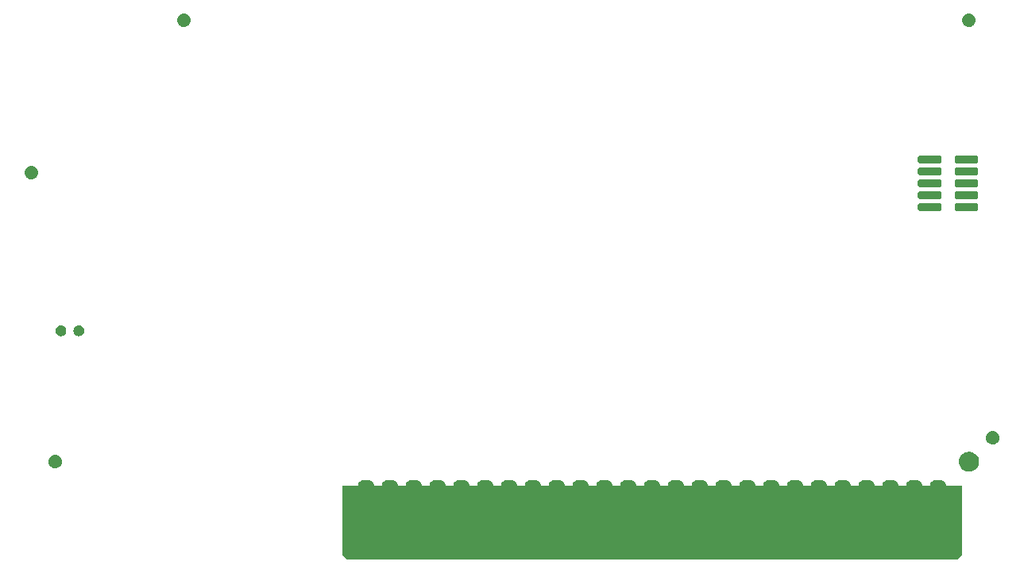
<source format=gbs>
G04 #@! TF.GenerationSoftware,KiCad,Pcbnew,7.0.10*
G04 #@! TF.CreationDate,2024-02-16T16:10:32-05:00*
G04 #@! TF.ProjectId,TimeDisk,54696d65-4469-4736-9b2e-6b696361645f,rev?*
G04 #@! TF.SameCoordinates,Original*
G04 #@! TF.FileFunction,Soldermask,Bot*
G04 #@! TF.FilePolarity,Negative*
%FSLAX46Y46*%
G04 Gerber Fmt 4.6, Leading zero omitted, Abs format (unit mm)*
G04 Created by KiCad (PCBNEW 7.0.10) date 2024-02-16 16:10:32*
%MOMM*%
%LPD*%
G01*
G04 APERTURE LIST*
G04 APERTURE END LIST*
G36*
X178265999Y-131543771D02*
G01*
X178277712Y-131547869D01*
X178288592Y-131549176D01*
X178344857Y-131571364D01*
X178394635Y-131588782D01*
X178401071Y-131593532D01*
X178404788Y-131594998D01*
X178467758Y-131642749D01*
X178504289Y-131669711D01*
X178531259Y-131706253D01*
X178579001Y-131769211D01*
X178580466Y-131772926D01*
X178585218Y-131779365D01*
X178602642Y-131829162D01*
X178624822Y-131885406D01*
X178626127Y-131896280D01*
X178630229Y-131908001D01*
X178638200Y-131993000D01*
X178638200Y-132042804D01*
X178675396Y-132080000D01*
X179464603Y-132080000D01*
X179501800Y-132042803D01*
X179501800Y-131996798D01*
X179501800Y-131993000D01*
X179509771Y-131908001D01*
X179513869Y-131896288D01*
X179515176Y-131885407D01*
X179537367Y-131829133D01*
X179554782Y-131779365D01*
X179559531Y-131772929D01*
X179560998Y-131769211D01*
X179608777Y-131706204D01*
X179635711Y-131669711D01*
X179672204Y-131642777D01*
X179735211Y-131594998D01*
X179738929Y-131593531D01*
X179745365Y-131588782D01*
X179795140Y-131571365D01*
X179851406Y-131549177D01*
X179862284Y-131547870D01*
X179874001Y-131543771D01*
X179959000Y-131535800D01*
X180721000Y-131535800D01*
X180805999Y-131543771D01*
X180817712Y-131547869D01*
X180828592Y-131549176D01*
X180884857Y-131571364D01*
X180934635Y-131588782D01*
X180941071Y-131593532D01*
X180944788Y-131594998D01*
X181007758Y-131642749D01*
X181044289Y-131669711D01*
X181071259Y-131706253D01*
X181119001Y-131769211D01*
X181120466Y-131772926D01*
X181125218Y-131779365D01*
X181142642Y-131829162D01*
X181164822Y-131885406D01*
X181166127Y-131896280D01*
X181170229Y-131908001D01*
X181178200Y-131993000D01*
X181178200Y-132042804D01*
X181215396Y-132080000D01*
X182004603Y-132080000D01*
X182041800Y-132042803D01*
X182041800Y-131996798D01*
X182041800Y-131993000D01*
X182049771Y-131908001D01*
X182053869Y-131896288D01*
X182055176Y-131885407D01*
X182077367Y-131829133D01*
X182094782Y-131779365D01*
X182099531Y-131772929D01*
X182100998Y-131769211D01*
X182148777Y-131706204D01*
X182175711Y-131669711D01*
X182212204Y-131642777D01*
X182275211Y-131594998D01*
X182278929Y-131593531D01*
X182285365Y-131588782D01*
X182335140Y-131571365D01*
X182391406Y-131549177D01*
X182402284Y-131547870D01*
X182414001Y-131543771D01*
X182499000Y-131535800D01*
X183261000Y-131535800D01*
X183345999Y-131543771D01*
X183357712Y-131547869D01*
X183368592Y-131549176D01*
X183424857Y-131571364D01*
X183474635Y-131588782D01*
X183481071Y-131593532D01*
X183484788Y-131594998D01*
X183547758Y-131642749D01*
X183584289Y-131669711D01*
X183611259Y-131706253D01*
X183659001Y-131769211D01*
X183660466Y-131772926D01*
X183665218Y-131779365D01*
X183682642Y-131829162D01*
X183704822Y-131885406D01*
X183706127Y-131896280D01*
X183710229Y-131908001D01*
X183718200Y-131993000D01*
X183718200Y-132042804D01*
X183755396Y-132080000D01*
X184544603Y-132080000D01*
X184581800Y-132042803D01*
X184581800Y-131996798D01*
X184581800Y-131993000D01*
X184589771Y-131908001D01*
X184593869Y-131896288D01*
X184595176Y-131885407D01*
X184617367Y-131829133D01*
X184634782Y-131779365D01*
X184639531Y-131772929D01*
X184640998Y-131769211D01*
X184688777Y-131706204D01*
X184715711Y-131669711D01*
X184752204Y-131642777D01*
X184815211Y-131594998D01*
X184818929Y-131593531D01*
X184825365Y-131588782D01*
X184875140Y-131571365D01*
X184931406Y-131549177D01*
X184942284Y-131547870D01*
X184954001Y-131543771D01*
X185039000Y-131535800D01*
X185801000Y-131535800D01*
X185885999Y-131543771D01*
X185897712Y-131547869D01*
X185908592Y-131549176D01*
X185964857Y-131571364D01*
X186014635Y-131588782D01*
X186021071Y-131593532D01*
X186024788Y-131594998D01*
X186087758Y-131642749D01*
X186124289Y-131669711D01*
X186151259Y-131706253D01*
X186199001Y-131769211D01*
X186200466Y-131772926D01*
X186205218Y-131779365D01*
X186222642Y-131829162D01*
X186244822Y-131885406D01*
X186246127Y-131896280D01*
X186250229Y-131908001D01*
X186258200Y-131993000D01*
X186258200Y-132042804D01*
X186295396Y-132080000D01*
X187084603Y-132080000D01*
X187121800Y-132042803D01*
X187121800Y-131996798D01*
X187121800Y-131993000D01*
X187129771Y-131908001D01*
X187133869Y-131896288D01*
X187135176Y-131885407D01*
X187157367Y-131829133D01*
X187174782Y-131779365D01*
X187179531Y-131772929D01*
X187180998Y-131769211D01*
X187228777Y-131706204D01*
X187255711Y-131669711D01*
X187292204Y-131642777D01*
X187355211Y-131594998D01*
X187358929Y-131593531D01*
X187365365Y-131588782D01*
X187415140Y-131571365D01*
X187471406Y-131549177D01*
X187482284Y-131547870D01*
X187494001Y-131543771D01*
X187579000Y-131535800D01*
X188341000Y-131535800D01*
X188425999Y-131543771D01*
X188437712Y-131547869D01*
X188448592Y-131549176D01*
X188504857Y-131571364D01*
X188554635Y-131588782D01*
X188561071Y-131593532D01*
X188564788Y-131594998D01*
X188627758Y-131642749D01*
X188664289Y-131669711D01*
X188691259Y-131706253D01*
X188739001Y-131769211D01*
X188740466Y-131772926D01*
X188745218Y-131779365D01*
X188762642Y-131829162D01*
X188784822Y-131885406D01*
X188786127Y-131896280D01*
X188790229Y-131908001D01*
X188798200Y-131993000D01*
X188798200Y-132042804D01*
X188835396Y-132080000D01*
X189624603Y-132080000D01*
X189661800Y-132042803D01*
X189661800Y-131996798D01*
X189661800Y-131993000D01*
X189669771Y-131908001D01*
X189673869Y-131896288D01*
X189675176Y-131885407D01*
X189697367Y-131829133D01*
X189714782Y-131779365D01*
X189719531Y-131772929D01*
X189720998Y-131769211D01*
X189768777Y-131706204D01*
X189795711Y-131669711D01*
X189832204Y-131642777D01*
X189895211Y-131594998D01*
X189898929Y-131593531D01*
X189905365Y-131588782D01*
X189955140Y-131571365D01*
X190011406Y-131549177D01*
X190022284Y-131547870D01*
X190034001Y-131543771D01*
X190119000Y-131535800D01*
X190881000Y-131535800D01*
X190965999Y-131543771D01*
X190977712Y-131547869D01*
X190988592Y-131549176D01*
X191044857Y-131571364D01*
X191094635Y-131588782D01*
X191101071Y-131593532D01*
X191104788Y-131594998D01*
X191167758Y-131642749D01*
X191204289Y-131669711D01*
X191231259Y-131706253D01*
X191279001Y-131769211D01*
X191280466Y-131772926D01*
X191285218Y-131779365D01*
X191302642Y-131829162D01*
X191324822Y-131885406D01*
X191326127Y-131896280D01*
X191330229Y-131908001D01*
X191338200Y-131993000D01*
X191338200Y-132042804D01*
X191375396Y-132080000D01*
X192164603Y-132080000D01*
X192201800Y-132042803D01*
X192201800Y-131996798D01*
X192201800Y-131993000D01*
X192209771Y-131908001D01*
X192213869Y-131896288D01*
X192215176Y-131885407D01*
X192237367Y-131829133D01*
X192254782Y-131779365D01*
X192259531Y-131772929D01*
X192260998Y-131769211D01*
X192308777Y-131706204D01*
X192335711Y-131669711D01*
X192372204Y-131642777D01*
X192435211Y-131594998D01*
X192438929Y-131593531D01*
X192445365Y-131588782D01*
X192495140Y-131571365D01*
X192551406Y-131549177D01*
X192562284Y-131547870D01*
X192574001Y-131543771D01*
X192659000Y-131535800D01*
X193421000Y-131535800D01*
X193505999Y-131543771D01*
X193517712Y-131547869D01*
X193528592Y-131549176D01*
X193584857Y-131571364D01*
X193634635Y-131588782D01*
X193641071Y-131593532D01*
X193644788Y-131594998D01*
X193707758Y-131642749D01*
X193744289Y-131669711D01*
X193771259Y-131706253D01*
X193819001Y-131769211D01*
X193820466Y-131772926D01*
X193825218Y-131779365D01*
X193842642Y-131829162D01*
X193864822Y-131885406D01*
X193866127Y-131896280D01*
X193870229Y-131908001D01*
X193878200Y-131993000D01*
X193878200Y-132042804D01*
X193915396Y-132080000D01*
X194704603Y-132080000D01*
X194741800Y-132042803D01*
X194741800Y-131996798D01*
X194741800Y-131993000D01*
X194749771Y-131908001D01*
X194753869Y-131896288D01*
X194755176Y-131885407D01*
X194777367Y-131829133D01*
X194794782Y-131779365D01*
X194799531Y-131772929D01*
X194800998Y-131769211D01*
X194848777Y-131706204D01*
X194875711Y-131669711D01*
X194912204Y-131642777D01*
X194975211Y-131594998D01*
X194978929Y-131593531D01*
X194985365Y-131588782D01*
X195035140Y-131571365D01*
X195091406Y-131549177D01*
X195102284Y-131547870D01*
X195114001Y-131543771D01*
X195199000Y-131535800D01*
X195961000Y-131535800D01*
X196045999Y-131543771D01*
X196057712Y-131547869D01*
X196068592Y-131549176D01*
X196124857Y-131571364D01*
X196174635Y-131588782D01*
X196181071Y-131593532D01*
X196184788Y-131594998D01*
X196247758Y-131642749D01*
X196284289Y-131669711D01*
X196311259Y-131706253D01*
X196359001Y-131769211D01*
X196360466Y-131772926D01*
X196365218Y-131779365D01*
X196382642Y-131829162D01*
X196404822Y-131885406D01*
X196406127Y-131896280D01*
X196410229Y-131908001D01*
X196418200Y-131993000D01*
X196418200Y-132042804D01*
X196455396Y-132080000D01*
X197244603Y-132080000D01*
X197281800Y-132042803D01*
X197281800Y-131996798D01*
X197281800Y-131993000D01*
X197289771Y-131908001D01*
X197293869Y-131896288D01*
X197295176Y-131885407D01*
X197317367Y-131829133D01*
X197334782Y-131779365D01*
X197339531Y-131772929D01*
X197340998Y-131769211D01*
X197388777Y-131706204D01*
X197415711Y-131669711D01*
X197452204Y-131642777D01*
X197515211Y-131594998D01*
X197518929Y-131593531D01*
X197525365Y-131588782D01*
X197575140Y-131571365D01*
X197631406Y-131549177D01*
X197642284Y-131547870D01*
X197654001Y-131543771D01*
X197739000Y-131535800D01*
X198501000Y-131535800D01*
X198585999Y-131543771D01*
X198597712Y-131547869D01*
X198608592Y-131549176D01*
X198664857Y-131571364D01*
X198714635Y-131588782D01*
X198721071Y-131593532D01*
X198724788Y-131594998D01*
X198787758Y-131642749D01*
X198824289Y-131669711D01*
X198851259Y-131706253D01*
X198899001Y-131769211D01*
X198900466Y-131772926D01*
X198905218Y-131779365D01*
X198922642Y-131829162D01*
X198944822Y-131885406D01*
X198946127Y-131896280D01*
X198950229Y-131908001D01*
X198958200Y-131993000D01*
X198958200Y-132042804D01*
X198995396Y-132080000D01*
X199784603Y-132080000D01*
X199821800Y-132042803D01*
X199821800Y-131996798D01*
X199821800Y-131993000D01*
X199829771Y-131908001D01*
X199833869Y-131896288D01*
X199835176Y-131885407D01*
X199857367Y-131829133D01*
X199874782Y-131779365D01*
X199879531Y-131772929D01*
X199880998Y-131769211D01*
X199928777Y-131706204D01*
X199955711Y-131669711D01*
X199992204Y-131642777D01*
X200055211Y-131594998D01*
X200058929Y-131593531D01*
X200065365Y-131588782D01*
X200115140Y-131571365D01*
X200171406Y-131549177D01*
X200182284Y-131547870D01*
X200194001Y-131543771D01*
X200279000Y-131535800D01*
X201041000Y-131535800D01*
X201125999Y-131543771D01*
X201137712Y-131547869D01*
X201148592Y-131549176D01*
X201204857Y-131571364D01*
X201254635Y-131588782D01*
X201261071Y-131593532D01*
X201264788Y-131594998D01*
X201327758Y-131642749D01*
X201364289Y-131669711D01*
X201391259Y-131706253D01*
X201439001Y-131769211D01*
X201440466Y-131772926D01*
X201445218Y-131779365D01*
X201462642Y-131829162D01*
X201484822Y-131885406D01*
X201486127Y-131896280D01*
X201490229Y-131908001D01*
X201498200Y-131993000D01*
X201498200Y-132042804D01*
X201535396Y-132080000D01*
X202324603Y-132080000D01*
X202361800Y-132042803D01*
X202361800Y-131996798D01*
X202361800Y-131993000D01*
X202369771Y-131908001D01*
X202373869Y-131896288D01*
X202375176Y-131885407D01*
X202397367Y-131829133D01*
X202414782Y-131779365D01*
X202419531Y-131772929D01*
X202420998Y-131769211D01*
X202468777Y-131706204D01*
X202495711Y-131669711D01*
X202532204Y-131642777D01*
X202595211Y-131594998D01*
X202598929Y-131593531D01*
X202605365Y-131588782D01*
X202655140Y-131571365D01*
X202711406Y-131549177D01*
X202722284Y-131547870D01*
X202734001Y-131543771D01*
X202819000Y-131535800D01*
X203581000Y-131535800D01*
X203665999Y-131543771D01*
X203677712Y-131547869D01*
X203688592Y-131549176D01*
X203744857Y-131571364D01*
X203794635Y-131588782D01*
X203801071Y-131593532D01*
X203804788Y-131594998D01*
X203867758Y-131642749D01*
X203904289Y-131669711D01*
X203931259Y-131706253D01*
X203979001Y-131769211D01*
X203980466Y-131772926D01*
X203985218Y-131779365D01*
X204002642Y-131829162D01*
X204024822Y-131885406D01*
X204026127Y-131896280D01*
X204030229Y-131908001D01*
X204038200Y-131993000D01*
X204038200Y-132042804D01*
X204075396Y-132080000D01*
X204864603Y-132080000D01*
X204901800Y-132042803D01*
X204901800Y-131996798D01*
X204901800Y-131993000D01*
X204909771Y-131908001D01*
X204913869Y-131896288D01*
X204915176Y-131885407D01*
X204937367Y-131829133D01*
X204954782Y-131779365D01*
X204959531Y-131772929D01*
X204960998Y-131769211D01*
X205008777Y-131706204D01*
X205035711Y-131669711D01*
X205072204Y-131642777D01*
X205135211Y-131594998D01*
X205138929Y-131593531D01*
X205145365Y-131588782D01*
X205195140Y-131571365D01*
X205251406Y-131549177D01*
X205262284Y-131547870D01*
X205274001Y-131543771D01*
X205359000Y-131535800D01*
X206121000Y-131535800D01*
X206205999Y-131543771D01*
X206217712Y-131547869D01*
X206228592Y-131549176D01*
X206284857Y-131571364D01*
X206334635Y-131588782D01*
X206341071Y-131593532D01*
X206344788Y-131594998D01*
X206407758Y-131642749D01*
X206444289Y-131669711D01*
X206471259Y-131706253D01*
X206519001Y-131769211D01*
X206520466Y-131772926D01*
X206525218Y-131779365D01*
X206542642Y-131829162D01*
X206564822Y-131885406D01*
X206566127Y-131896280D01*
X206570229Y-131908001D01*
X206578200Y-131993000D01*
X206578200Y-132042804D01*
X206615396Y-132080000D01*
X207404603Y-132080000D01*
X207441800Y-132042803D01*
X207441800Y-131996798D01*
X207441800Y-131993000D01*
X207449771Y-131908001D01*
X207453869Y-131896288D01*
X207455176Y-131885407D01*
X207477367Y-131829133D01*
X207494782Y-131779365D01*
X207499531Y-131772929D01*
X207500998Y-131769211D01*
X207548777Y-131706204D01*
X207575711Y-131669711D01*
X207612204Y-131642777D01*
X207675211Y-131594998D01*
X207678929Y-131593531D01*
X207685365Y-131588782D01*
X207735140Y-131571365D01*
X207791406Y-131549177D01*
X207802284Y-131547870D01*
X207814001Y-131543771D01*
X207899000Y-131535800D01*
X208661000Y-131535800D01*
X208745999Y-131543771D01*
X208757712Y-131547869D01*
X208768592Y-131549176D01*
X208824857Y-131571364D01*
X208874635Y-131588782D01*
X208881071Y-131593532D01*
X208884788Y-131594998D01*
X208947758Y-131642749D01*
X208984289Y-131669711D01*
X209011259Y-131706253D01*
X209059001Y-131769211D01*
X209060466Y-131772926D01*
X209065218Y-131779365D01*
X209082642Y-131829162D01*
X209104822Y-131885406D01*
X209106127Y-131896280D01*
X209110229Y-131908001D01*
X209118200Y-131993000D01*
X209118200Y-132042804D01*
X209155396Y-132080000D01*
X209944603Y-132080000D01*
X209981800Y-132042803D01*
X209981800Y-131996798D01*
X209981800Y-131993000D01*
X209989771Y-131908001D01*
X209993869Y-131896288D01*
X209995176Y-131885407D01*
X210017367Y-131829133D01*
X210034782Y-131779365D01*
X210039531Y-131772929D01*
X210040998Y-131769211D01*
X210088777Y-131706204D01*
X210115711Y-131669711D01*
X210152204Y-131642777D01*
X210215211Y-131594998D01*
X210218929Y-131593531D01*
X210225365Y-131588782D01*
X210275140Y-131571365D01*
X210331406Y-131549177D01*
X210342284Y-131547870D01*
X210354001Y-131543771D01*
X210439000Y-131535800D01*
X211201000Y-131535800D01*
X211285999Y-131543771D01*
X211297712Y-131547869D01*
X211308592Y-131549176D01*
X211364857Y-131571364D01*
X211414635Y-131588782D01*
X211421071Y-131593532D01*
X211424788Y-131594998D01*
X211487758Y-131642749D01*
X211524289Y-131669711D01*
X211551259Y-131706253D01*
X211599001Y-131769211D01*
X211600466Y-131772926D01*
X211605218Y-131779365D01*
X211622642Y-131829162D01*
X211644822Y-131885406D01*
X211646127Y-131896280D01*
X211650229Y-131908001D01*
X211658200Y-131993000D01*
X211658200Y-132042804D01*
X211695396Y-132080000D01*
X212484603Y-132080000D01*
X212521800Y-132042803D01*
X212521800Y-131996798D01*
X212521800Y-131993000D01*
X212529771Y-131908001D01*
X212533869Y-131896288D01*
X212535176Y-131885407D01*
X212557367Y-131829133D01*
X212574782Y-131779365D01*
X212579531Y-131772929D01*
X212580998Y-131769211D01*
X212628777Y-131706204D01*
X212655711Y-131669711D01*
X212692204Y-131642777D01*
X212755211Y-131594998D01*
X212758929Y-131593531D01*
X212765365Y-131588782D01*
X212815140Y-131571365D01*
X212871406Y-131549177D01*
X212882284Y-131547870D01*
X212894001Y-131543771D01*
X212979000Y-131535800D01*
X213741000Y-131535800D01*
X213825999Y-131543771D01*
X213837712Y-131547869D01*
X213848592Y-131549176D01*
X213904857Y-131571364D01*
X213954635Y-131588782D01*
X213961071Y-131593532D01*
X213964788Y-131594998D01*
X214027758Y-131642749D01*
X214064289Y-131669711D01*
X214091259Y-131706253D01*
X214139001Y-131769211D01*
X214140466Y-131772926D01*
X214145218Y-131779365D01*
X214162642Y-131829162D01*
X214184822Y-131885406D01*
X214186127Y-131896280D01*
X214190229Y-131908001D01*
X214198200Y-131993000D01*
X214198200Y-132042804D01*
X214235396Y-132080000D01*
X215024603Y-132080000D01*
X215061800Y-132042803D01*
X215061800Y-131996798D01*
X215061800Y-131993000D01*
X215069771Y-131908001D01*
X215073869Y-131896288D01*
X215075176Y-131885407D01*
X215097367Y-131829133D01*
X215114782Y-131779365D01*
X215119531Y-131772929D01*
X215120998Y-131769211D01*
X215168777Y-131706204D01*
X215195711Y-131669711D01*
X215232204Y-131642777D01*
X215295211Y-131594998D01*
X215298929Y-131593531D01*
X215305365Y-131588782D01*
X215355140Y-131571365D01*
X215411406Y-131549177D01*
X215422284Y-131547870D01*
X215434001Y-131543771D01*
X215519000Y-131535800D01*
X216281000Y-131535800D01*
X216365999Y-131543771D01*
X216377712Y-131547869D01*
X216388592Y-131549176D01*
X216444857Y-131571364D01*
X216494635Y-131588782D01*
X216501071Y-131593532D01*
X216504788Y-131594998D01*
X216567758Y-131642749D01*
X216604289Y-131669711D01*
X216631259Y-131706253D01*
X216679001Y-131769211D01*
X216680466Y-131772926D01*
X216685218Y-131779365D01*
X216702642Y-131829162D01*
X216724822Y-131885406D01*
X216726127Y-131896280D01*
X216730229Y-131908001D01*
X216738200Y-131993000D01*
X216738200Y-132042804D01*
X216775396Y-132080000D01*
X217564603Y-132080000D01*
X217601800Y-132042803D01*
X217601800Y-131996798D01*
X217601800Y-131993000D01*
X217609771Y-131908001D01*
X217613869Y-131896288D01*
X217615176Y-131885407D01*
X217637367Y-131829133D01*
X217654782Y-131779365D01*
X217659531Y-131772929D01*
X217660998Y-131769211D01*
X217708777Y-131706204D01*
X217735711Y-131669711D01*
X217772204Y-131642777D01*
X217835211Y-131594998D01*
X217838929Y-131593531D01*
X217845365Y-131588782D01*
X217895140Y-131571365D01*
X217951406Y-131549177D01*
X217962284Y-131547870D01*
X217974001Y-131543771D01*
X218059000Y-131535800D01*
X218821000Y-131535800D01*
X218905999Y-131543771D01*
X218917712Y-131547869D01*
X218928592Y-131549176D01*
X218984857Y-131571364D01*
X219034635Y-131588782D01*
X219041071Y-131593532D01*
X219044788Y-131594998D01*
X219107758Y-131642749D01*
X219144289Y-131669711D01*
X219171259Y-131706253D01*
X219219001Y-131769211D01*
X219220466Y-131772926D01*
X219225218Y-131779365D01*
X219242642Y-131829162D01*
X219264822Y-131885406D01*
X219266127Y-131896280D01*
X219270229Y-131908001D01*
X219278200Y-131993000D01*
X219278200Y-132042804D01*
X219315396Y-132080000D01*
X220104603Y-132080000D01*
X220141800Y-132042803D01*
X220141800Y-131996798D01*
X220141800Y-131993000D01*
X220149771Y-131908001D01*
X220153869Y-131896288D01*
X220155176Y-131885407D01*
X220177367Y-131829133D01*
X220194782Y-131779365D01*
X220199531Y-131772929D01*
X220200998Y-131769211D01*
X220248777Y-131706204D01*
X220275711Y-131669711D01*
X220312204Y-131642777D01*
X220375211Y-131594998D01*
X220378929Y-131593531D01*
X220385365Y-131588782D01*
X220435140Y-131571365D01*
X220491406Y-131549177D01*
X220502284Y-131547870D01*
X220514001Y-131543771D01*
X220599000Y-131535800D01*
X221361000Y-131535800D01*
X221445999Y-131543771D01*
X221457712Y-131547869D01*
X221468592Y-131549176D01*
X221524857Y-131571364D01*
X221574635Y-131588782D01*
X221581071Y-131593532D01*
X221584788Y-131594998D01*
X221647758Y-131642749D01*
X221684289Y-131669711D01*
X221711259Y-131706253D01*
X221759001Y-131769211D01*
X221760466Y-131772926D01*
X221765218Y-131779365D01*
X221782642Y-131829162D01*
X221804822Y-131885406D01*
X221806127Y-131896280D01*
X221810229Y-131908001D01*
X221818200Y-131993000D01*
X221818200Y-132042804D01*
X221855396Y-132080000D01*
X222644603Y-132080000D01*
X222681800Y-132042803D01*
X222681800Y-131996798D01*
X222681800Y-131993000D01*
X222689771Y-131908001D01*
X222693869Y-131896288D01*
X222695176Y-131885407D01*
X222717367Y-131829133D01*
X222734782Y-131779365D01*
X222739531Y-131772929D01*
X222740998Y-131769211D01*
X222788777Y-131706204D01*
X222815711Y-131669711D01*
X222852204Y-131642777D01*
X222915211Y-131594998D01*
X222918929Y-131593531D01*
X222925365Y-131588782D01*
X222975140Y-131571365D01*
X223031406Y-131549177D01*
X223042284Y-131547870D01*
X223054001Y-131543771D01*
X223139000Y-131535800D01*
X223901000Y-131535800D01*
X223985999Y-131543771D01*
X223997712Y-131547869D01*
X224008592Y-131549176D01*
X224064857Y-131571364D01*
X224114635Y-131588782D01*
X224121071Y-131593532D01*
X224124788Y-131594998D01*
X224187758Y-131642749D01*
X224224289Y-131669711D01*
X224251259Y-131706253D01*
X224299001Y-131769211D01*
X224300466Y-131772926D01*
X224305218Y-131779365D01*
X224322642Y-131829162D01*
X224344822Y-131885406D01*
X224346127Y-131896280D01*
X224350229Y-131908001D01*
X224358200Y-131993000D01*
X224358200Y-132042804D01*
X224395396Y-132080000D01*
X225184603Y-132080000D01*
X225221800Y-132042803D01*
X225221800Y-131996798D01*
X225221800Y-131993000D01*
X225229771Y-131908001D01*
X225233869Y-131896288D01*
X225235176Y-131885407D01*
X225257367Y-131829133D01*
X225274782Y-131779365D01*
X225279531Y-131772929D01*
X225280998Y-131769211D01*
X225328777Y-131706204D01*
X225355711Y-131669711D01*
X225392204Y-131642777D01*
X225455211Y-131594998D01*
X225458929Y-131593531D01*
X225465365Y-131588782D01*
X225515140Y-131571365D01*
X225571406Y-131549177D01*
X225582284Y-131547870D01*
X225594001Y-131543771D01*
X225679000Y-131535800D01*
X226441000Y-131535800D01*
X226525999Y-131543771D01*
X226537712Y-131547869D01*
X226548592Y-131549176D01*
X226604857Y-131571364D01*
X226654635Y-131588782D01*
X226661071Y-131593532D01*
X226664788Y-131594998D01*
X226727758Y-131642749D01*
X226764289Y-131669711D01*
X226791259Y-131706253D01*
X226839001Y-131769211D01*
X226840466Y-131772926D01*
X226845218Y-131779365D01*
X226862642Y-131829162D01*
X226884822Y-131885406D01*
X226886127Y-131896280D01*
X226890229Y-131908001D01*
X226898200Y-131993000D01*
X226898200Y-132042804D01*
X226935396Y-132080000D01*
X227724603Y-132080000D01*
X227761800Y-132042803D01*
X227761800Y-131996798D01*
X227761800Y-131993000D01*
X227769771Y-131908001D01*
X227773869Y-131896288D01*
X227775176Y-131885407D01*
X227797367Y-131829133D01*
X227814782Y-131779365D01*
X227819531Y-131772929D01*
X227820998Y-131769211D01*
X227868777Y-131706204D01*
X227895711Y-131669711D01*
X227932204Y-131642777D01*
X227995211Y-131594998D01*
X227998929Y-131593531D01*
X228005365Y-131588782D01*
X228055140Y-131571365D01*
X228111406Y-131549177D01*
X228122284Y-131547870D01*
X228134001Y-131543771D01*
X228219000Y-131535800D01*
X228981000Y-131535800D01*
X229065999Y-131543771D01*
X229077712Y-131547869D01*
X229088592Y-131549176D01*
X229144857Y-131571364D01*
X229194635Y-131588782D01*
X229201071Y-131593532D01*
X229204788Y-131594998D01*
X229267758Y-131642749D01*
X229304289Y-131669711D01*
X229331259Y-131706253D01*
X229379001Y-131769211D01*
X229380466Y-131772926D01*
X229385218Y-131779365D01*
X229402642Y-131829162D01*
X229424822Y-131885406D01*
X229426127Y-131896280D01*
X229430229Y-131908001D01*
X229438200Y-131993000D01*
X229438200Y-132042804D01*
X229475396Y-132080000D01*
X230264603Y-132080000D01*
X230301800Y-132042803D01*
X230301800Y-131996798D01*
X230301800Y-131993000D01*
X230309771Y-131908001D01*
X230313869Y-131896288D01*
X230315176Y-131885407D01*
X230337367Y-131829133D01*
X230354782Y-131779365D01*
X230359531Y-131772929D01*
X230360998Y-131769211D01*
X230408777Y-131706204D01*
X230435711Y-131669711D01*
X230472204Y-131642777D01*
X230535211Y-131594998D01*
X230538929Y-131593531D01*
X230545365Y-131588782D01*
X230595140Y-131571365D01*
X230651406Y-131549177D01*
X230662284Y-131547870D01*
X230674001Y-131543771D01*
X230759000Y-131535800D01*
X231521000Y-131535800D01*
X231605999Y-131543771D01*
X231617712Y-131547869D01*
X231628592Y-131549176D01*
X231684857Y-131571364D01*
X231734635Y-131588782D01*
X231741071Y-131593532D01*
X231744788Y-131594998D01*
X231807758Y-131642749D01*
X231844289Y-131669711D01*
X231871259Y-131706253D01*
X231919001Y-131769211D01*
X231920466Y-131772926D01*
X231925218Y-131779365D01*
X231942642Y-131829162D01*
X231964822Y-131885406D01*
X231966127Y-131896280D01*
X231970229Y-131908001D01*
X231978200Y-131993000D01*
X231978200Y-132042804D01*
X232015396Y-132080000D01*
X232804603Y-132080000D01*
X232841800Y-132042803D01*
X232841800Y-131996798D01*
X232841800Y-131993000D01*
X232849771Y-131908001D01*
X232853869Y-131896288D01*
X232855176Y-131885407D01*
X232877367Y-131829133D01*
X232894782Y-131779365D01*
X232899531Y-131772929D01*
X232900998Y-131769211D01*
X232948777Y-131706204D01*
X232975711Y-131669711D01*
X233012204Y-131642777D01*
X233075211Y-131594998D01*
X233078929Y-131593531D01*
X233085365Y-131588782D01*
X233135140Y-131571365D01*
X233191406Y-131549177D01*
X233202284Y-131547870D01*
X233214001Y-131543771D01*
X233299000Y-131535800D01*
X234061000Y-131535800D01*
X234145999Y-131543771D01*
X234157712Y-131547869D01*
X234168592Y-131549176D01*
X234224857Y-131571364D01*
X234274635Y-131588782D01*
X234281071Y-131593532D01*
X234284788Y-131594998D01*
X234347758Y-131642749D01*
X234384289Y-131669711D01*
X234411259Y-131706253D01*
X234459001Y-131769211D01*
X234460466Y-131772926D01*
X234465218Y-131779365D01*
X234482642Y-131829162D01*
X234504822Y-131885406D01*
X234506127Y-131896280D01*
X234510229Y-131908001D01*
X234518200Y-131993000D01*
X234518200Y-132042804D01*
X234555396Y-132080000D01*
X235344603Y-132080000D01*
X235381800Y-132042803D01*
X235381800Y-131996798D01*
X235381800Y-131993000D01*
X235389771Y-131908001D01*
X235393869Y-131896288D01*
X235395176Y-131885407D01*
X235417367Y-131829133D01*
X235434782Y-131779365D01*
X235439531Y-131772929D01*
X235440998Y-131769211D01*
X235488777Y-131706204D01*
X235515711Y-131669711D01*
X235552204Y-131642777D01*
X235615211Y-131594998D01*
X235618929Y-131593531D01*
X235625365Y-131588782D01*
X235675140Y-131571365D01*
X235731406Y-131549177D01*
X235742284Y-131547870D01*
X235754001Y-131543771D01*
X235839000Y-131535800D01*
X236601000Y-131535800D01*
X236685999Y-131543771D01*
X236697712Y-131547869D01*
X236708592Y-131549176D01*
X236764857Y-131571364D01*
X236814635Y-131588782D01*
X236821071Y-131593532D01*
X236824788Y-131594998D01*
X236887758Y-131642749D01*
X236924289Y-131669711D01*
X236951259Y-131706253D01*
X236999001Y-131769211D01*
X237000466Y-131772926D01*
X237005218Y-131779365D01*
X237022642Y-131829162D01*
X237044822Y-131885406D01*
X237046127Y-131896280D01*
X237050229Y-131908001D01*
X237058200Y-131993000D01*
X237058200Y-132042804D01*
X237095396Y-132080000D01*
X237884603Y-132080000D01*
X237921800Y-132042803D01*
X237921800Y-131996798D01*
X237921800Y-131993000D01*
X237929771Y-131908001D01*
X237933869Y-131896288D01*
X237935176Y-131885407D01*
X237957367Y-131829133D01*
X237974782Y-131779365D01*
X237979531Y-131772929D01*
X237980998Y-131769211D01*
X238028777Y-131706204D01*
X238055711Y-131669711D01*
X238092204Y-131642777D01*
X238155211Y-131594998D01*
X238158929Y-131593531D01*
X238165365Y-131588782D01*
X238215140Y-131571365D01*
X238271406Y-131549177D01*
X238282284Y-131547870D01*
X238294001Y-131543771D01*
X238379000Y-131535800D01*
X239141000Y-131535800D01*
X239225999Y-131543771D01*
X239237712Y-131547869D01*
X239248592Y-131549176D01*
X239304857Y-131571364D01*
X239354635Y-131588782D01*
X239361071Y-131593532D01*
X239364788Y-131594998D01*
X239427758Y-131642749D01*
X239464289Y-131669711D01*
X239491259Y-131706253D01*
X239539001Y-131769211D01*
X239540466Y-131772926D01*
X239545218Y-131779365D01*
X239562642Y-131829162D01*
X239584822Y-131885406D01*
X239586127Y-131896280D01*
X239590229Y-131908001D01*
X239598200Y-131993000D01*
X239598200Y-132042804D01*
X239635396Y-132080000D01*
X241300000Y-132080000D01*
X241300000Y-139446000D01*
X240792000Y-139954000D01*
X240779372Y-139954000D01*
X175780631Y-139954000D01*
X175768000Y-139954000D01*
X175260000Y-139446000D01*
X175260000Y-132080000D01*
X176924603Y-132080000D01*
X176961800Y-132042803D01*
X176961800Y-131996798D01*
X176961800Y-131993000D01*
X176969771Y-131908001D01*
X176973869Y-131896288D01*
X176975176Y-131885407D01*
X176997367Y-131829133D01*
X177014782Y-131779365D01*
X177019531Y-131772929D01*
X177020998Y-131769211D01*
X177068777Y-131706204D01*
X177095711Y-131669711D01*
X177132204Y-131642777D01*
X177195211Y-131594998D01*
X177198929Y-131593531D01*
X177205365Y-131588782D01*
X177255140Y-131571365D01*
X177311406Y-131549177D01*
X177322284Y-131547870D01*
X177334001Y-131543771D01*
X177419000Y-131535800D01*
X178181000Y-131535800D01*
X178265999Y-131543771D01*
G37*
G36*
X242356516Y-128504883D02*
G01*
X242541704Y-128576625D01*
X242710555Y-128681174D01*
X242857321Y-128814969D01*
X242977004Y-128973454D01*
X243065527Y-129151232D01*
X243119876Y-129342249D01*
X243138200Y-129540000D01*
X243119876Y-129737751D01*
X243065527Y-129928768D01*
X242977004Y-130106546D01*
X242857321Y-130265031D01*
X242710555Y-130398826D01*
X242541704Y-130503375D01*
X242356516Y-130575117D01*
X242161299Y-130611609D01*
X241962701Y-130611609D01*
X241767484Y-130575117D01*
X241582296Y-130503375D01*
X241413445Y-130398826D01*
X241266679Y-130265031D01*
X241146996Y-130106546D01*
X241058473Y-129928768D01*
X241004124Y-129737751D01*
X240985800Y-129540000D01*
X241004124Y-129342249D01*
X241058473Y-129151232D01*
X241146996Y-128973454D01*
X241266679Y-128814969D01*
X241413445Y-128681174D01*
X241582296Y-128576625D01*
X241767484Y-128504883D01*
X241962701Y-128468391D01*
X242161299Y-128468391D01*
X242356516Y-128504883D01*
G37*
G36*
X144814105Y-128834152D02*
G01*
X144967132Y-128887699D01*
X145104407Y-128973954D01*
X145219046Y-129088593D01*
X145305301Y-129225868D01*
X145358848Y-129378895D01*
X145377000Y-129540000D01*
X145358848Y-129701105D01*
X145305301Y-129854132D01*
X145219046Y-129991407D01*
X145104407Y-130106046D01*
X144967132Y-130192301D01*
X144814105Y-130245848D01*
X144653000Y-130264000D01*
X144491895Y-130245848D01*
X144338868Y-130192301D01*
X144201593Y-130106046D01*
X144086954Y-129991407D01*
X144000699Y-129854132D01*
X143947152Y-129701105D01*
X143929000Y-129540000D01*
X143947152Y-129378895D01*
X144000699Y-129225868D01*
X144086954Y-129088593D01*
X144201593Y-128973954D01*
X144338868Y-128887699D01*
X144491895Y-128834152D01*
X144653000Y-128816000D01*
X144814105Y-128834152D01*
G37*
G36*
X244763105Y-126294152D02*
G01*
X244916132Y-126347699D01*
X245053407Y-126433954D01*
X245168046Y-126548593D01*
X245254301Y-126685868D01*
X245307848Y-126838895D01*
X245326000Y-127000000D01*
X245307848Y-127161105D01*
X245254301Y-127314132D01*
X245168046Y-127451407D01*
X245053407Y-127566046D01*
X244916132Y-127652301D01*
X244763105Y-127705848D01*
X244602000Y-127724000D01*
X244440895Y-127705848D01*
X244287868Y-127652301D01*
X244150593Y-127566046D01*
X244035954Y-127451407D01*
X243949699Y-127314132D01*
X243896152Y-127161105D01*
X243878000Y-127000000D01*
X243896152Y-126838895D01*
X243949699Y-126685868D01*
X244035954Y-126548593D01*
X244150593Y-126433954D01*
X244287868Y-126347699D01*
X244440895Y-126294152D01*
X244602000Y-126276000D01*
X244763105Y-126294152D01*
G37*
G36*
X145323426Y-114998464D02*
G01*
X145357396Y-114998464D01*
X145396347Y-115008064D01*
X145437132Y-115013434D01*
X145465049Y-115024997D01*
X145492157Y-115031679D01*
X145533255Y-115053249D01*
X145576100Y-115070996D01*
X145595648Y-115085996D01*
X145615054Y-115096181D01*
X145654733Y-115131333D01*
X145695435Y-115162565D01*
X145707001Y-115177638D01*
X145718942Y-115188217D01*
X145753178Y-115237818D01*
X145787004Y-115281900D01*
X145792103Y-115294210D01*
X145797787Y-115302445D01*
X145822455Y-115367487D01*
X145844566Y-115420868D01*
X145845557Y-115428402D01*
X145847004Y-115432215D01*
X145858196Y-115524400D01*
X145864200Y-115570000D01*
X145858196Y-115615603D01*
X145847004Y-115707784D01*
X145845558Y-115711596D01*
X145844566Y-115719132D01*
X145822450Y-115772523D01*
X145797787Y-115837554D01*
X145792104Y-115845787D01*
X145787004Y-115858100D01*
X145753172Y-115902190D01*
X145718942Y-115951782D01*
X145707003Y-115962358D01*
X145695435Y-115977435D01*
X145654724Y-116008673D01*
X145615054Y-116043818D01*
X145595652Y-116054000D01*
X145576100Y-116069004D01*
X145533246Y-116086754D01*
X145492157Y-116108320D01*
X145465054Y-116115000D01*
X145437132Y-116126566D01*
X145396344Y-116131935D01*
X145357396Y-116141536D01*
X145323426Y-116141536D01*
X145288000Y-116146200D01*
X145252574Y-116141536D01*
X145218604Y-116141536D01*
X145179654Y-116131935D01*
X145138868Y-116126566D01*
X145110946Y-116115000D01*
X145083842Y-116108320D01*
X145042749Y-116086752D01*
X144999900Y-116069004D01*
X144980349Y-116054002D01*
X144960945Y-116043818D01*
X144921267Y-116008667D01*
X144880565Y-115977435D01*
X144868998Y-115962360D01*
X144857057Y-115951782D01*
X144822817Y-115902177D01*
X144788996Y-115858100D01*
X144783897Y-115845790D01*
X144778212Y-115837554D01*
X144753537Y-115772494D01*
X144731434Y-115719132D01*
X144730442Y-115711600D01*
X144728995Y-115707784D01*
X144717791Y-115615505D01*
X144711800Y-115570000D01*
X144717790Y-115524498D01*
X144728995Y-115432215D01*
X144730442Y-115428398D01*
X144731434Y-115420868D01*
X144753532Y-115367515D01*
X144778212Y-115302445D01*
X144783898Y-115294206D01*
X144788996Y-115281900D01*
X144822811Y-115237831D01*
X144857057Y-115188217D01*
X144869000Y-115177635D01*
X144880565Y-115162565D01*
X144921259Y-115131338D01*
X144960945Y-115096181D01*
X144980353Y-115085994D01*
X144999900Y-115070996D01*
X145042739Y-115053251D01*
X145083842Y-115031679D01*
X145110951Y-115024997D01*
X145138868Y-115013434D01*
X145179651Y-115008064D01*
X145218604Y-114998464D01*
X145252574Y-114998464D01*
X145288000Y-114993800D01*
X145323426Y-114998464D01*
G37*
G36*
X147223426Y-114998464D02*
G01*
X147257396Y-114998464D01*
X147296347Y-115008064D01*
X147337132Y-115013434D01*
X147365049Y-115024997D01*
X147392157Y-115031679D01*
X147433255Y-115053249D01*
X147476100Y-115070996D01*
X147495648Y-115085996D01*
X147515054Y-115096181D01*
X147554733Y-115131333D01*
X147595435Y-115162565D01*
X147607001Y-115177638D01*
X147618942Y-115188217D01*
X147653178Y-115237818D01*
X147687004Y-115281900D01*
X147692103Y-115294210D01*
X147697787Y-115302445D01*
X147722455Y-115367487D01*
X147744566Y-115420868D01*
X147745557Y-115428402D01*
X147747004Y-115432215D01*
X147758196Y-115524400D01*
X147764200Y-115570000D01*
X147758196Y-115615603D01*
X147747004Y-115707784D01*
X147745558Y-115711596D01*
X147744566Y-115719132D01*
X147722450Y-115772523D01*
X147697787Y-115837554D01*
X147692104Y-115845787D01*
X147687004Y-115858100D01*
X147653172Y-115902190D01*
X147618942Y-115951782D01*
X147607003Y-115962358D01*
X147595435Y-115977435D01*
X147554724Y-116008673D01*
X147515054Y-116043818D01*
X147495652Y-116054000D01*
X147476100Y-116069004D01*
X147433246Y-116086754D01*
X147392157Y-116108320D01*
X147365054Y-116115000D01*
X147337132Y-116126566D01*
X147296344Y-116131935D01*
X147257396Y-116141536D01*
X147223426Y-116141536D01*
X147188000Y-116146200D01*
X147152574Y-116141536D01*
X147118604Y-116141536D01*
X147079654Y-116131935D01*
X147038868Y-116126566D01*
X147010946Y-116115000D01*
X146983842Y-116108320D01*
X146942749Y-116086752D01*
X146899900Y-116069004D01*
X146880349Y-116054002D01*
X146860945Y-116043818D01*
X146821267Y-116008667D01*
X146780565Y-115977435D01*
X146768998Y-115962360D01*
X146757057Y-115951782D01*
X146722817Y-115902177D01*
X146688996Y-115858100D01*
X146683897Y-115845790D01*
X146678212Y-115837554D01*
X146653537Y-115772494D01*
X146631434Y-115719132D01*
X146630442Y-115711600D01*
X146628995Y-115707784D01*
X146617791Y-115615505D01*
X146611800Y-115570000D01*
X146617790Y-115524498D01*
X146628995Y-115432215D01*
X146630442Y-115428398D01*
X146631434Y-115420868D01*
X146653532Y-115367515D01*
X146678212Y-115302445D01*
X146683898Y-115294206D01*
X146688996Y-115281900D01*
X146722811Y-115237831D01*
X146757057Y-115188217D01*
X146769000Y-115177635D01*
X146780565Y-115162565D01*
X146821259Y-115131338D01*
X146860945Y-115096181D01*
X146880353Y-115085994D01*
X146899900Y-115070996D01*
X146942739Y-115053251D01*
X146983842Y-115031679D01*
X147010951Y-115024997D01*
X147038868Y-115013434D01*
X147079651Y-115008064D01*
X147118604Y-114998464D01*
X147152574Y-114998464D01*
X147188000Y-114993800D01*
X147223426Y-114998464D01*
G37*
G36*
X238886139Y-101933022D02*
G01*
X238933624Y-101938531D01*
X238949849Y-101945695D01*
X238972844Y-101950269D01*
X238997461Y-101966717D01*
X239016009Y-101974907D01*
X239028676Y-101987574D01*
X239050706Y-102002294D01*
X239065425Y-102024323D01*
X239078092Y-102036990D01*
X239086281Y-102055536D01*
X239102731Y-102080156D01*
X239107305Y-102103151D01*
X239114468Y-102119374D01*
X239119975Y-102166850D01*
X239121000Y-102172000D01*
X239121000Y-102552000D01*
X239119975Y-102557151D01*
X239114468Y-102604624D01*
X239107305Y-102620845D01*
X239102731Y-102643844D01*
X239086279Y-102668465D01*
X239078092Y-102687009D01*
X239065427Y-102699673D01*
X239050706Y-102721706D01*
X239028673Y-102736427D01*
X239016009Y-102749092D01*
X238997465Y-102757279D01*
X238972844Y-102773731D01*
X238949846Y-102778305D01*
X238933625Y-102785468D01*
X238886150Y-102790975D01*
X238881000Y-102792000D01*
X236861000Y-102792000D01*
X236855849Y-102790975D01*
X236808375Y-102785468D01*
X236792153Y-102778305D01*
X236769156Y-102773731D01*
X236744536Y-102757280D01*
X236725990Y-102749092D01*
X236713323Y-102736425D01*
X236691294Y-102721706D01*
X236676574Y-102699676D01*
X236663907Y-102687009D01*
X236655717Y-102668460D01*
X236639269Y-102643844D01*
X236634695Y-102620850D01*
X236627531Y-102604625D01*
X236622022Y-102557138D01*
X236621000Y-102552000D01*
X236621000Y-102172000D01*
X236622022Y-102166861D01*
X236627531Y-102119375D01*
X236634695Y-102103148D01*
X236639269Y-102080156D01*
X236655716Y-102055540D01*
X236663907Y-102036990D01*
X236676576Y-102024320D01*
X236691294Y-102002294D01*
X236713320Y-101987576D01*
X236725990Y-101974907D01*
X236744541Y-101966715D01*
X236769156Y-101950269D01*
X236792147Y-101945695D01*
X236808374Y-101938531D01*
X236855863Y-101933021D01*
X236861000Y-101932000D01*
X238881000Y-101932000D01*
X238886139Y-101933022D01*
G37*
G36*
X242786139Y-101933022D02*
G01*
X242833624Y-101938531D01*
X242849849Y-101945695D01*
X242872844Y-101950269D01*
X242897461Y-101966717D01*
X242916009Y-101974907D01*
X242928676Y-101987574D01*
X242950706Y-102002294D01*
X242965425Y-102024323D01*
X242978092Y-102036990D01*
X242986281Y-102055536D01*
X243002731Y-102080156D01*
X243007305Y-102103151D01*
X243014468Y-102119374D01*
X243019975Y-102166850D01*
X243021000Y-102172000D01*
X243021000Y-102552000D01*
X243019975Y-102557151D01*
X243014468Y-102604624D01*
X243007305Y-102620845D01*
X243002731Y-102643844D01*
X242986279Y-102668465D01*
X242978092Y-102687009D01*
X242965427Y-102699673D01*
X242950706Y-102721706D01*
X242928673Y-102736427D01*
X242916009Y-102749092D01*
X242897465Y-102757279D01*
X242872844Y-102773731D01*
X242849846Y-102778305D01*
X242833625Y-102785468D01*
X242786150Y-102790975D01*
X242781000Y-102792000D01*
X240761000Y-102792000D01*
X240755849Y-102790975D01*
X240708375Y-102785468D01*
X240692153Y-102778305D01*
X240669156Y-102773731D01*
X240644536Y-102757280D01*
X240625990Y-102749092D01*
X240613323Y-102736425D01*
X240591294Y-102721706D01*
X240576574Y-102699676D01*
X240563907Y-102687009D01*
X240555717Y-102668460D01*
X240539269Y-102643844D01*
X240534695Y-102620850D01*
X240527531Y-102604625D01*
X240522022Y-102557138D01*
X240521000Y-102552000D01*
X240521000Y-102172000D01*
X240522022Y-102166861D01*
X240527531Y-102119375D01*
X240534695Y-102103148D01*
X240539269Y-102080156D01*
X240555716Y-102055540D01*
X240563907Y-102036990D01*
X240576576Y-102024320D01*
X240591294Y-102002294D01*
X240613320Y-101987576D01*
X240625990Y-101974907D01*
X240644541Y-101966715D01*
X240669156Y-101950269D01*
X240692147Y-101945695D01*
X240708374Y-101938531D01*
X240755863Y-101933021D01*
X240761000Y-101932000D01*
X242781000Y-101932000D01*
X242786139Y-101933022D01*
G37*
G36*
X238886139Y-100663022D02*
G01*
X238933624Y-100668531D01*
X238949849Y-100675695D01*
X238972844Y-100680269D01*
X238997461Y-100696717D01*
X239016009Y-100704907D01*
X239028676Y-100717574D01*
X239050706Y-100732294D01*
X239065425Y-100754323D01*
X239078092Y-100766990D01*
X239086281Y-100785536D01*
X239102731Y-100810156D01*
X239107305Y-100833151D01*
X239114468Y-100849374D01*
X239119975Y-100896850D01*
X239121000Y-100902000D01*
X239121000Y-101282000D01*
X239119975Y-101287151D01*
X239114468Y-101334624D01*
X239107305Y-101350845D01*
X239102731Y-101373844D01*
X239086279Y-101398465D01*
X239078092Y-101417009D01*
X239065427Y-101429673D01*
X239050706Y-101451706D01*
X239028673Y-101466427D01*
X239016009Y-101479092D01*
X238997465Y-101487279D01*
X238972844Y-101503731D01*
X238949846Y-101508305D01*
X238933625Y-101515468D01*
X238886150Y-101520975D01*
X238881000Y-101522000D01*
X236861000Y-101522000D01*
X236855849Y-101520975D01*
X236808375Y-101515468D01*
X236792153Y-101508305D01*
X236769156Y-101503731D01*
X236744536Y-101487280D01*
X236725990Y-101479092D01*
X236713323Y-101466425D01*
X236691294Y-101451706D01*
X236676574Y-101429676D01*
X236663907Y-101417009D01*
X236655717Y-101398460D01*
X236639269Y-101373844D01*
X236634695Y-101350850D01*
X236627531Y-101334625D01*
X236622022Y-101287138D01*
X236621000Y-101282000D01*
X236621000Y-100902000D01*
X236622022Y-100896861D01*
X236627531Y-100849375D01*
X236634695Y-100833148D01*
X236639269Y-100810156D01*
X236655716Y-100785540D01*
X236663907Y-100766990D01*
X236676576Y-100754320D01*
X236691294Y-100732294D01*
X236713320Y-100717576D01*
X236725990Y-100704907D01*
X236744541Y-100696715D01*
X236769156Y-100680269D01*
X236792147Y-100675695D01*
X236808374Y-100668531D01*
X236855863Y-100663021D01*
X236861000Y-100662000D01*
X238881000Y-100662000D01*
X238886139Y-100663022D01*
G37*
G36*
X242786139Y-100663022D02*
G01*
X242833624Y-100668531D01*
X242849849Y-100675695D01*
X242872844Y-100680269D01*
X242897461Y-100696717D01*
X242916009Y-100704907D01*
X242928676Y-100717574D01*
X242950706Y-100732294D01*
X242965425Y-100754323D01*
X242978092Y-100766990D01*
X242986281Y-100785536D01*
X243002731Y-100810156D01*
X243007305Y-100833151D01*
X243014468Y-100849374D01*
X243019975Y-100896850D01*
X243021000Y-100902000D01*
X243021000Y-101282000D01*
X243019975Y-101287151D01*
X243014468Y-101334624D01*
X243007305Y-101350845D01*
X243002731Y-101373844D01*
X242986279Y-101398465D01*
X242978092Y-101417009D01*
X242965427Y-101429673D01*
X242950706Y-101451706D01*
X242928673Y-101466427D01*
X242916009Y-101479092D01*
X242897465Y-101487279D01*
X242872844Y-101503731D01*
X242849846Y-101508305D01*
X242833625Y-101515468D01*
X242786150Y-101520975D01*
X242781000Y-101522000D01*
X240761000Y-101522000D01*
X240755849Y-101520975D01*
X240708375Y-101515468D01*
X240692153Y-101508305D01*
X240669156Y-101503731D01*
X240644536Y-101487280D01*
X240625990Y-101479092D01*
X240613323Y-101466425D01*
X240591294Y-101451706D01*
X240576574Y-101429676D01*
X240563907Y-101417009D01*
X240555717Y-101398460D01*
X240539269Y-101373844D01*
X240534695Y-101350850D01*
X240527531Y-101334625D01*
X240522022Y-101287138D01*
X240521000Y-101282000D01*
X240521000Y-100902000D01*
X240522022Y-100896861D01*
X240527531Y-100849375D01*
X240534695Y-100833148D01*
X240539269Y-100810156D01*
X240555716Y-100785540D01*
X240563907Y-100766990D01*
X240576576Y-100754320D01*
X240591294Y-100732294D01*
X240613320Y-100717576D01*
X240625990Y-100704907D01*
X240644541Y-100696715D01*
X240669156Y-100680269D01*
X240692147Y-100675695D01*
X240708374Y-100668531D01*
X240755863Y-100663021D01*
X240761000Y-100662000D01*
X242781000Y-100662000D01*
X242786139Y-100663022D01*
G37*
G36*
X238886139Y-99393022D02*
G01*
X238933624Y-99398531D01*
X238949849Y-99405695D01*
X238972844Y-99410269D01*
X238997461Y-99426717D01*
X239016009Y-99434907D01*
X239028676Y-99447574D01*
X239050706Y-99462294D01*
X239065425Y-99484323D01*
X239078092Y-99496990D01*
X239086281Y-99515536D01*
X239102731Y-99540156D01*
X239107305Y-99563151D01*
X239114468Y-99579374D01*
X239119975Y-99626850D01*
X239121000Y-99632000D01*
X239121000Y-100012000D01*
X239119975Y-100017151D01*
X239114468Y-100064624D01*
X239107305Y-100080845D01*
X239102731Y-100103844D01*
X239086279Y-100128465D01*
X239078092Y-100147009D01*
X239065427Y-100159673D01*
X239050706Y-100181706D01*
X239028673Y-100196427D01*
X239016009Y-100209092D01*
X238997465Y-100217279D01*
X238972844Y-100233731D01*
X238949846Y-100238305D01*
X238933625Y-100245468D01*
X238886150Y-100250975D01*
X238881000Y-100252000D01*
X236861000Y-100252000D01*
X236855849Y-100250975D01*
X236808375Y-100245468D01*
X236792153Y-100238305D01*
X236769156Y-100233731D01*
X236744536Y-100217280D01*
X236725990Y-100209092D01*
X236713323Y-100196425D01*
X236691294Y-100181706D01*
X236676574Y-100159676D01*
X236663907Y-100147009D01*
X236655717Y-100128460D01*
X236639269Y-100103844D01*
X236634695Y-100080850D01*
X236627531Y-100064625D01*
X236622022Y-100017138D01*
X236621000Y-100012000D01*
X236621000Y-99632000D01*
X236622022Y-99626861D01*
X236627531Y-99579375D01*
X236634695Y-99563148D01*
X236639269Y-99540156D01*
X236655716Y-99515540D01*
X236663907Y-99496990D01*
X236676576Y-99484320D01*
X236691294Y-99462294D01*
X236713320Y-99447576D01*
X236725990Y-99434907D01*
X236744541Y-99426715D01*
X236769156Y-99410269D01*
X236792147Y-99405695D01*
X236808374Y-99398531D01*
X236855863Y-99393021D01*
X236861000Y-99392000D01*
X238881000Y-99392000D01*
X238886139Y-99393022D01*
G37*
G36*
X242786139Y-99393022D02*
G01*
X242833624Y-99398531D01*
X242849849Y-99405695D01*
X242872844Y-99410269D01*
X242897461Y-99426717D01*
X242916009Y-99434907D01*
X242928676Y-99447574D01*
X242950706Y-99462294D01*
X242965425Y-99484323D01*
X242978092Y-99496990D01*
X242986281Y-99515536D01*
X243002731Y-99540156D01*
X243007305Y-99563151D01*
X243014468Y-99579374D01*
X243019975Y-99626850D01*
X243021000Y-99632000D01*
X243021000Y-100012000D01*
X243019975Y-100017151D01*
X243014468Y-100064624D01*
X243007305Y-100080845D01*
X243002731Y-100103844D01*
X242986279Y-100128465D01*
X242978092Y-100147009D01*
X242965427Y-100159673D01*
X242950706Y-100181706D01*
X242928673Y-100196427D01*
X242916009Y-100209092D01*
X242897465Y-100217279D01*
X242872844Y-100233731D01*
X242849846Y-100238305D01*
X242833625Y-100245468D01*
X242786150Y-100250975D01*
X242781000Y-100252000D01*
X240761000Y-100252000D01*
X240755849Y-100250975D01*
X240708375Y-100245468D01*
X240692153Y-100238305D01*
X240669156Y-100233731D01*
X240644536Y-100217280D01*
X240625990Y-100209092D01*
X240613323Y-100196425D01*
X240591294Y-100181706D01*
X240576574Y-100159676D01*
X240563907Y-100147009D01*
X240555717Y-100128460D01*
X240539269Y-100103844D01*
X240534695Y-100080850D01*
X240527531Y-100064625D01*
X240522022Y-100017138D01*
X240521000Y-100012000D01*
X240521000Y-99632000D01*
X240522022Y-99626861D01*
X240527531Y-99579375D01*
X240534695Y-99563148D01*
X240539269Y-99540156D01*
X240555716Y-99515540D01*
X240563907Y-99496990D01*
X240576576Y-99484320D01*
X240591294Y-99462294D01*
X240613320Y-99447576D01*
X240625990Y-99434907D01*
X240644541Y-99426715D01*
X240669156Y-99410269D01*
X240692147Y-99405695D01*
X240708374Y-99398531D01*
X240755863Y-99393021D01*
X240761000Y-99392000D01*
X242781000Y-99392000D01*
X242786139Y-99393022D01*
G37*
G36*
X142274105Y-97973152D02*
G01*
X142427132Y-98026699D01*
X142564407Y-98112954D01*
X142679046Y-98227593D01*
X142765301Y-98364868D01*
X142818848Y-98517895D01*
X142837000Y-98679000D01*
X142818848Y-98840105D01*
X142765301Y-98993132D01*
X142679046Y-99130407D01*
X142564407Y-99245046D01*
X142427132Y-99331301D01*
X142274105Y-99384848D01*
X142113000Y-99403000D01*
X141951895Y-99384848D01*
X141798868Y-99331301D01*
X141661593Y-99245046D01*
X141546954Y-99130407D01*
X141460699Y-98993132D01*
X141407152Y-98840105D01*
X141389000Y-98679000D01*
X141407152Y-98517895D01*
X141460699Y-98364868D01*
X141546954Y-98227593D01*
X141661593Y-98112954D01*
X141798868Y-98026699D01*
X141951895Y-97973152D01*
X142113000Y-97955000D01*
X142274105Y-97973152D01*
G37*
G36*
X238886139Y-98123022D02*
G01*
X238933624Y-98128531D01*
X238949849Y-98135695D01*
X238972844Y-98140269D01*
X238997461Y-98156717D01*
X239016009Y-98164907D01*
X239028676Y-98177574D01*
X239050706Y-98192294D01*
X239065425Y-98214323D01*
X239078092Y-98226990D01*
X239086281Y-98245536D01*
X239102731Y-98270156D01*
X239107305Y-98293151D01*
X239114468Y-98309374D01*
X239119975Y-98356850D01*
X239121000Y-98362000D01*
X239121000Y-98742000D01*
X239119975Y-98747151D01*
X239114468Y-98794624D01*
X239107305Y-98810845D01*
X239102731Y-98833844D01*
X239086279Y-98858465D01*
X239078092Y-98877009D01*
X239065427Y-98889673D01*
X239050706Y-98911706D01*
X239028673Y-98926427D01*
X239016009Y-98939092D01*
X238997465Y-98947279D01*
X238972844Y-98963731D01*
X238949846Y-98968305D01*
X238933625Y-98975468D01*
X238886150Y-98980975D01*
X238881000Y-98982000D01*
X236861000Y-98982000D01*
X236855849Y-98980975D01*
X236808375Y-98975468D01*
X236792153Y-98968305D01*
X236769156Y-98963731D01*
X236744536Y-98947280D01*
X236725990Y-98939092D01*
X236713323Y-98926425D01*
X236691294Y-98911706D01*
X236676574Y-98889676D01*
X236663907Y-98877009D01*
X236655717Y-98858460D01*
X236639269Y-98833844D01*
X236634695Y-98810850D01*
X236627531Y-98794625D01*
X236622022Y-98747138D01*
X236621000Y-98742000D01*
X236621000Y-98362000D01*
X236622022Y-98356861D01*
X236627531Y-98309375D01*
X236634695Y-98293148D01*
X236639269Y-98270156D01*
X236655716Y-98245540D01*
X236663907Y-98226990D01*
X236676576Y-98214320D01*
X236691294Y-98192294D01*
X236713320Y-98177576D01*
X236725990Y-98164907D01*
X236744541Y-98156715D01*
X236769156Y-98140269D01*
X236792147Y-98135695D01*
X236808374Y-98128531D01*
X236855863Y-98123021D01*
X236861000Y-98122000D01*
X238881000Y-98122000D01*
X238886139Y-98123022D01*
G37*
G36*
X242786139Y-98123022D02*
G01*
X242833624Y-98128531D01*
X242849849Y-98135695D01*
X242872844Y-98140269D01*
X242897461Y-98156717D01*
X242916009Y-98164907D01*
X242928676Y-98177574D01*
X242950706Y-98192294D01*
X242965425Y-98214323D01*
X242978092Y-98226990D01*
X242986281Y-98245536D01*
X243002731Y-98270156D01*
X243007305Y-98293151D01*
X243014468Y-98309374D01*
X243019975Y-98356850D01*
X243021000Y-98362000D01*
X243021000Y-98742000D01*
X243019975Y-98747151D01*
X243014468Y-98794624D01*
X243007305Y-98810845D01*
X243002731Y-98833844D01*
X242986279Y-98858465D01*
X242978092Y-98877009D01*
X242965427Y-98889673D01*
X242950706Y-98911706D01*
X242928673Y-98926427D01*
X242916009Y-98939092D01*
X242897465Y-98947279D01*
X242872844Y-98963731D01*
X242849846Y-98968305D01*
X242833625Y-98975468D01*
X242786150Y-98980975D01*
X242781000Y-98982000D01*
X240761000Y-98982000D01*
X240755849Y-98980975D01*
X240708375Y-98975468D01*
X240692153Y-98968305D01*
X240669156Y-98963731D01*
X240644536Y-98947280D01*
X240625990Y-98939092D01*
X240613323Y-98926425D01*
X240591294Y-98911706D01*
X240576574Y-98889676D01*
X240563907Y-98877009D01*
X240555717Y-98858460D01*
X240539269Y-98833844D01*
X240534695Y-98810850D01*
X240527531Y-98794625D01*
X240522022Y-98747138D01*
X240521000Y-98742000D01*
X240521000Y-98362000D01*
X240522022Y-98356861D01*
X240527531Y-98309375D01*
X240534695Y-98293148D01*
X240539269Y-98270156D01*
X240555716Y-98245540D01*
X240563907Y-98226990D01*
X240576576Y-98214320D01*
X240591294Y-98192294D01*
X240613320Y-98177576D01*
X240625990Y-98164907D01*
X240644541Y-98156715D01*
X240669156Y-98140269D01*
X240692147Y-98135695D01*
X240708374Y-98128531D01*
X240755863Y-98123021D01*
X240761000Y-98122000D01*
X242781000Y-98122000D01*
X242786139Y-98123022D01*
G37*
G36*
X238886139Y-96853022D02*
G01*
X238933624Y-96858531D01*
X238949849Y-96865695D01*
X238972844Y-96870269D01*
X238997461Y-96886717D01*
X239016009Y-96894907D01*
X239028676Y-96907574D01*
X239050706Y-96922294D01*
X239065425Y-96944323D01*
X239078092Y-96956990D01*
X239086281Y-96975536D01*
X239102731Y-97000156D01*
X239107305Y-97023151D01*
X239114468Y-97039374D01*
X239119975Y-97086850D01*
X239121000Y-97092000D01*
X239121000Y-97472000D01*
X239119975Y-97477151D01*
X239114468Y-97524624D01*
X239107305Y-97540845D01*
X239102731Y-97563844D01*
X239086279Y-97588465D01*
X239078092Y-97607009D01*
X239065427Y-97619673D01*
X239050706Y-97641706D01*
X239028673Y-97656427D01*
X239016009Y-97669092D01*
X238997465Y-97677279D01*
X238972844Y-97693731D01*
X238949846Y-97698305D01*
X238933625Y-97705468D01*
X238886150Y-97710975D01*
X238881000Y-97712000D01*
X236861000Y-97712000D01*
X236855849Y-97710975D01*
X236808375Y-97705468D01*
X236792153Y-97698305D01*
X236769156Y-97693731D01*
X236744536Y-97677280D01*
X236725990Y-97669092D01*
X236713323Y-97656425D01*
X236691294Y-97641706D01*
X236676574Y-97619676D01*
X236663907Y-97607009D01*
X236655717Y-97588460D01*
X236639269Y-97563844D01*
X236634695Y-97540850D01*
X236627531Y-97524625D01*
X236622022Y-97477138D01*
X236621000Y-97472000D01*
X236621000Y-97092000D01*
X236622022Y-97086861D01*
X236627531Y-97039375D01*
X236634695Y-97023148D01*
X236639269Y-97000156D01*
X236655716Y-96975540D01*
X236663907Y-96956990D01*
X236676576Y-96944320D01*
X236691294Y-96922294D01*
X236713320Y-96907576D01*
X236725990Y-96894907D01*
X236744541Y-96886715D01*
X236769156Y-96870269D01*
X236792147Y-96865695D01*
X236808374Y-96858531D01*
X236855863Y-96853021D01*
X236861000Y-96852000D01*
X238881000Y-96852000D01*
X238886139Y-96853022D01*
G37*
G36*
X242786139Y-96853022D02*
G01*
X242833624Y-96858531D01*
X242849849Y-96865695D01*
X242872844Y-96870269D01*
X242897461Y-96886717D01*
X242916009Y-96894907D01*
X242928676Y-96907574D01*
X242950706Y-96922294D01*
X242965425Y-96944323D01*
X242978092Y-96956990D01*
X242986281Y-96975536D01*
X243002731Y-97000156D01*
X243007305Y-97023151D01*
X243014468Y-97039374D01*
X243019975Y-97086850D01*
X243021000Y-97092000D01*
X243021000Y-97472000D01*
X243019975Y-97477151D01*
X243014468Y-97524624D01*
X243007305Y-97540845D01*
X243002731Y-97563844D01*
X242986279Y-97588465D01*
X242978092Y-97607009D01*
X242965427Y-97619673D01*
X242950706Y-97641706D01*
X242928673Y-97656427D01*
X242916009Y-97669092D01*
X242897465Y-97677279D01*
X242872844Y-97693731D01*
X242849846Y-97698305D01*
X242833625Y-97705468D01*
X242786150Y-97710975D01*
X242781000Y-97712000D01*
X240761000Y-97712000D01*
X240755849Y-97710975D01*
X240708375Y-97705468D01*
X240692153Y-97698305D01*
X240669156Y-97693731D01*
X240644536Y-97677280D01*
X240625990Y-97669092D01*
X240613323Y-97656425D01*
X240591294Y-97641706D01*
X240576574Y-97619676D01*
X240563907Y-97607009D01*
X240555717Y-97588460D01*
X240539269Y-97563844D01*
X240534695Y-97540850D01*
X240527531Y-97524625D01*
X240522022Y-97477138D01*
X240521000Y-97472000D01*
X240521000Y-97092000D01*
X240522022Y-97086861D01*
X240527531Y-97039375D01*
X240534695Y-97023148D01*
X240539269Y-97000156D01*
X240555716Y-96975540D01*
X240563907Y-96956990D01*
X240576576Y-96944320D01*
X240591294Y-96922294D01*
X240613320Y-96907576D01*
X240625990Y-96894907D01*
X240644541Y-96886715D01*
X240669156Y-96870269D01*
X240692147Y-96865695D01*
X240708374Y-96858531D01*
X240755863Y-96853021D01*
X240761000Y-96852000D01*
X242781000Y-96852000D01*
X242786139Y-96853022D01*
G37*
G36*
X158530105Y-81717152D02*
G01*
X158683132Y-81770699D01*
X158820407Y-81856954D01*
X158935046Y-81971593D01*
X159021301Y-82108868D01*
X159074848Y-82261895D01*
X159093000Y-82423000D01*
X159074848Y-82584105D01*
X159021301Y-82737132D01*
X158935046Y-82874407D01*
X158820407Y-82989046D01*
X158683132Y-83075301D01*
X158530105Y-83128848D01*
X158369000Y-83147000D01*
X158207895Y-83128848D01*
X158054868Y-83075301D01*
X157917593Y-82989046D01*
X157802954Y-82874407D01*
X157716699Y-82737132D01*
X157663152Y-82584105D01*
X157645000Y-82423000D01*
X157663152Y-82261895D01*
X157716699Y-82108868D01*
X157802954Y-81971593D01*
X157917593Y-81856954D01*
X158054868Y-81770699D01*
X158207895Y-81717152D01*
X158369000Y-81699000D01*
X158530105Y-81717152D01*
G37*
G36*
X242223105Y-81717152D02*
G01*
X242376132Y-81770699D01*
X242513407Y-81856954D01*
X242628046Y-81971593D01*
X242714301Y-82108868D01*
X242767848Y-82261895D01*
X242786000Y-82423000D01*
X242767848Y-82584105D01*
X242714301Y-82737132D01*
X242628046Y-82874407D01*
X242513407Y-82989046D01*
X242376132Y-83075301D01*
X242223105Y-83128848D01*
X242062000Y-83147000D01*
X241900895Y-83128848D01*
X241747868Y-83075301D01*
X241610593Y-82989046D01*
X241495954Y-82874407D01*
X241409699Y-82737132D01*
X241356152Y-82584105D01*
X241338000Y-82423000D01*
X241356152Y-82261895D01*
X241409699Y-82108868D01*
X241495954Y-81971593D01*
X241610593Y-81856954D01*
X241747868Y-81770699D01*
X241900895Y-81717152D01*
X242062000Y-81699000D01*
X242223105Y-81717152D01*
G37*
M02*

</source>
